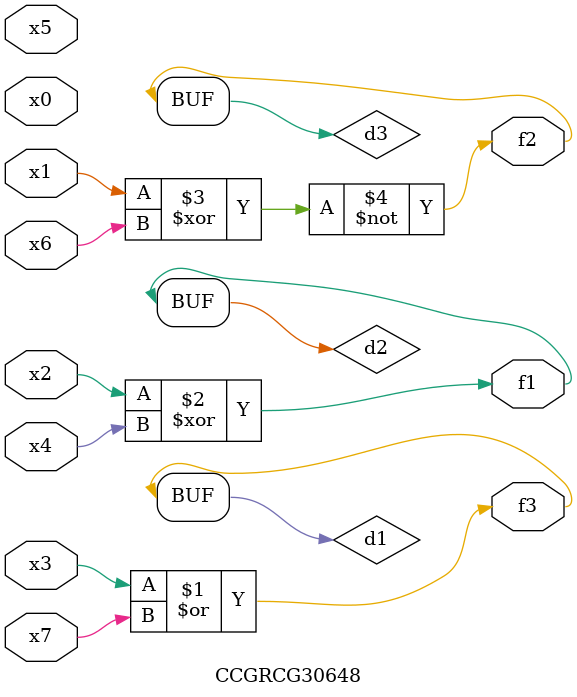
<source format=v>
module CCGRCG30648(
	input x0, x1, x2, x3, x4, x5, x6, x7,
	output f1, f2, f3
);

	wire d1, d2, d3;

	or (d1, x3, x7);
	xor (d2, x2, x4);
	xnor (d3, x1, x6);
	assign f1 = d2;
	assign f2 = d3;
	assign f3 = d1;
endmodule

</source>
